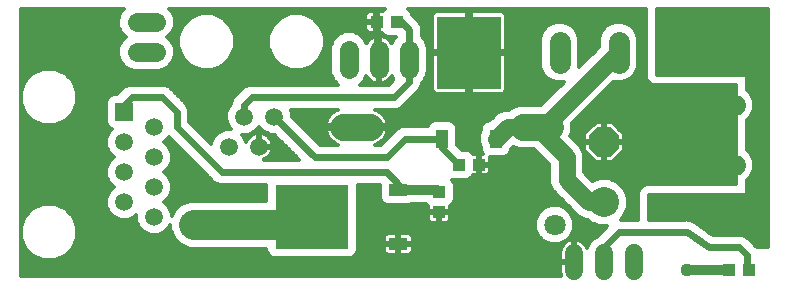
<source format=gbl>
G75*
%MOIN*%
%OFA0B0*%
%FSLAX24Y24*%
%IPPOS*%
%LPD*%
%AMOC8*
5,1,8,0,0,1.08239X$1,22.5*
%
%ADD10C,0.1000*%
%ADD11OC8,0.1000*%
%ADD12R,0.0433X0.0394*%
%ADD13C,0.0590*%
%ADD14C,0.0594*%
%ADD15R,0.0594X0.0594*%
%ADD16R,0.2441X0.2126*%
%ADD17R,0.0630X0.0394*%
%ADD18C,0.0710*%
%ADD19R,0.2126X0.2441*%
%ADD20R,0.0394X0.0630*%
%ADD21C,0.0712*%
%ADD22C,0.0640*%
%ADD23C,0.0885*%
%ADD24R,0.0394X0.0433*%
%ADD25C,0.0600*%
%ADD26C,0.0560*%
%ADD27C,0.0120*%
%ADD28C,0.0240*%
%ADD29C,0.0436*%
%ADD30C,0.0320*%
%ADD31C,0.1000*%
D10*
X021704Y003350D03*
D11*
X021704Y005350D03*
D12*
X017538Y004600D03*
X016869Y004600D03*
X016204Y003685D03*
X016204Y003015D03*
X014788Y009350D03*
X014119Y009350D03*
D13*
X010704Y006200D03*
X009704Y006200D03*
X010204Y005200D03*
X009204Y005200D03*
D14*
X006704Y004850D03*
X005704Y004350D03*
X006704Y003850D03*
X005704Y003350D03*
X006704Y002850D03*
X005704Y005350D03*
X006704Y005850D03*
D15*
X005704Y006350D03*
D16*
X011970Y002850D03*
D17*
X014844Y001952D03*
X014844Y003748D03*
D18*
X020220Y007995D02*
X020220Y008705D01*
X022188Y008705D02*
X022188Y007995D01*
X025349Y008600D02*
X026059Y008600D01*
X026059Y006600D02*
X025349Y006600D01*
X025349Y004600D02*
X026059Y004600D01*
X026059Y002600D02*
X025349Y002600D01*
D19*
X017204Y008334D03*
D20*
X018101Y005460D03*
X016306Y005460D03*
D21*
X020056Y002600D03*
X008048Y002600D03*
D22*
X013204Y007780D02*
X013204Y008420D01*
X014204Y008420D02*
X014204Y007780D01*
X015204Y007780D02*
X015204Y008420D01*
X006774Y008350D02*
X006134Y008350D01*
X006134Y009350D02*
X006774Y009350D01*
D23*
X013011Y005850D02*
X013896Y005850D01*
X019011Y005850D02*
X019896Y005850D01*
D24*
X025869Y001100D03*
X026538Y001100D03*
D25*
X022704Y001050D02*
X022704Y001650D01*
X021704Y001650D02*
X021704Y001050D01*
X020704Y001050D02*
X020704Y001650D01*
D26*
X021204Y003350D02*
X021704Y003350D01*
X021204Y003350D02*
X020454Y004100D01*
X020454Y004850D01*
X019454Y005850D01*
X018491Y005850D01*
X018101Y005460D01*
X019454Y005850D02*
X019688Y005850D01*
X022188Y008350D01*
D27*
X002254Y009800D02*
X002254Y000900D01*
X020269Y000900D01*
X020255Y000942D01*
X020244Y001014D01*
X020244Y001320D01*
X020674Y001320D01*
X020674Y001380D01*
X020674Y002110D01*
X020668Y002110D01*
X020596Y002099D01*
X020527Y002076D01*
X020463Y002043D01*
X020404Y002001D01*
X020353Y001950D01*
X020310Y001891D01*
X020277Y001827D01*
X020255Y001758D01*
X020244Y001686D01*
X020244Y001380D01*
X020674Y001380D01*
X020734Y001380D01*
X020734Y002110D01*
X020740Y002110D01*
X020811Y002099D01*
X020880Y002076D01*
X020945Y002043D01*
X021003Y002001D01*
X021055Y001950D01*
X021097Y001891D01*
X021129Y001829D01*
X021195Y001990D01*
X021364Y002159D01*
X021457Y002197D01*
X021810Y002550D01*
X021545Y002550D01*
X021251Y002672D01*
X021152Y002770D01*
X021088Y002770D01*
X020875Y002858D01*
X020712Y003021D01*
X019962Y003771D01*
X019874Y003985D01*
X019874Y004610D01*
X019376Y005108D01*
X018864Y005108D01*
X018655Y005194D01*
X018598Y005137D01*
X018598Y005086D01*
X018553Y004975D01*
X018468Y004891D01*
X018358Y004845D01*
X017908Y004845D01*
X017915Y004818D01*
X017915Y004638D01*
X017577Y004638D01*
X017577Y004562D01*
X017915Y004562D01*
X017915Y004382D01*
X017904Y004341D01*
X017883Y004305D01*
X017853Y004275D01*
X017817Y004254D01*
X017776Y004243D01*
X017577Y004243D01*
X017577Y004562D01*
X017500Y004562D01*
X017500Y004243D01*
X017344Y004243D01*
X017340Y004233D01*
X017256Y004149D01*
X017145Y004103D01*
X016623Y004103D01*
X016675Y004051D01*
X016720Y003941D01*
X016720Y003428D01*
X016675Y003318D01*
X016590Y003233D01*
X016580Y003229D01*
X016580Y003054D01*
X016242Y003054D01*
X016242Y002977D01*
X016242Y002659D01*
X016441Y002659D01*
X016482Y002669D01*
X016519Y002690D01*
X016548Y002720D01*
X016569Y002757D01*
X016580Y002797D01*
X016580Y002977D01*
X016242Y002977D01*
X016165Y002977D01*
X015827Y002977D01*
X015827Y002797D01*
X015838Y002757D01*
X015859Y002720D01*
X015889Y002690D01*
X015925Y002669D01*
X015966Y002659D01*
X016165Y002659D01*
X016165Y002977D01*
X016165Y003054D01*
X015827Y003054D01*
X015827Y003229D01*
X015817Y003233D01*
X015763Y003288D01*
X015307Y003288D01*
X015218Y003251D01*
X014469Y003251D01*
X014359Y003296D01*
X014274Y003381D01*
X014229Y003491D01*
X014229Y003930D01*
X013490Y003930D01*
X013490Y001727D01*
X013444Y001617D01*
X013360Y001533D01*
X013250Y001487D01*
X010689Y001487D01*
X010579Y001533D01*
X010495Y001617D01*
X010449Y001727D01*
X010449Y001800D01*
X007889Y001800D01*
X007595Y001922D01*
X007370Y002147D01*
X007248Y002441D01*
X007248Y002604D01*
X007210Y002512D01*
X007042Y002344D01*
X006823Y002253D01*
X006585Y002253D01*
X006366Y002344D01*
X006198Y002512D01*
X006107Y002731D01*
X006107Y002908D01*
X006042Y002844D01*
X005823Y002753D01*
X005585Y002753D01*
X005366Y002844D01*
X005198Y003012D01*
X005107Y003231D01*
X005107Y003469D01*
X005198Y003688D01*
X005359Y003850D01*
X005198Y004012D01*
X005107Y004231D01*
X005107Y004469D01*
X005198Y004688D01*
X005359Y004850D01*
X005198Y005012D01*
X005107Y005231D01*
X005107Y005469D01*
X005198Y005688D01*
X005287Y005778D01*
X005237Y005799D01*
X005152Y005883D01*
X005107Y005993D01*
X005107Y006707D01*
X005152Y006817D01*
X005237Y006901D01*
X005347Y006947D01*
X005457Y006947D01*
X005598Y007088D01*
X005716Y007206D01*
X005870Y007270D01*
X007037Y007270D01*
X007192Y007206D01*
X007692Y006706D01*
X007810Y006588D01*
X007874Y006434D01*
X007874Y006024D01*
X008609Y005289D01*
X008609Y005318D01*
X008699Y005537D01*
X008867Y005704D01*
X009085Y005795D01*
X009267Y005795D01*
X009199Y005863D01*
X009109Y006082D01*
X009109Y006318D01*
X009199Y006537D01*
X009284Y006621D01*
X009284Y006684D01*
X009348Y006838D01*
X009598Y007088D01*
X009716Y007206D01*
X009870Y007270D01*
X012837Y007270D01*
X012678Y007429D01*
X012584Y007657D01*
X012584Y008543D01*
X012678Y008771D01*
X012853Y008946D01*
X013080Y009040D01*
X013327Y009040D01*
X013555Y008946D01*
X013729Y008771D01*
X013781Y008647D01*
X013793Y008672D01*
X013838Y008733D01*
X013891Y008786D01*
X013952Y008831D01*
X014020Y008865D01*
X014091Y008888D01*
X014164Y008900D01*
X014164Y008140D01*
X014244Y008140D01*
X014244Y008900D01*
X014316Y008888D01*
X014388Y008865D01*
X014455Y008831D01*
X014516Y008786D01*
X014570Y008733D01*
X014614Y008672D01*
X014627Y008647D01*
X014678Y008771D01*
X014760Y008853D01*
X014512Y008853D01*
X014402Y008899D01*
X014318Y008983D01*
X014313Y008993D01*
X014158Y008993D01*
X014158Y009312D01*
X014081Y009312D01*
X013743Y009312D01*
X013743Y009132D01*
X012292Y009132D01*
X012263Y009202D02*
X012263Y009800D01*
X012145Y009800D02*
X012145Y009338D01*
X012114Y009369D02*
X014081Y009369D01*
X014081Y009388D02*
X014081Y009312D01*
X014081Y008993D01*
X013882Y008993D01*
X013841Y009004D01*
X013804Y009025D01*
X013775Y009055D01*
X013754Y009091D01*
X013743Y009132D01*
X013743Y009251D02*
X012233Y009251D01*
X012251Y009232D02*
X011986Y009497D01*
X011641Y009640D01*
X011267Y009640D01*
X010921Y009497D01*
X010657Y009232D01*
X010514Y008887D01*
X010514Y008513D01*
X010657Y008168D01*
X010921Y007903D01*
X011267Y007760D01*
X011641Y007760D01*
X011986Y007903D01*
X012251Y008168D01*
X012394Y008513D01*
X012394Y008887D01*
X012251Y009232D01*
X012341Y009014D02*
X013017Y009014D01*
X012974Y008996D02*
X012974Y009800D01*
X012856Y009800D02*
X012856Y008947D01*
X012802Y008895D02*
X012390Y008895D01*
X012382Y008916D02*
X012382Y009800D01*
X012500Y009800D02*
X012500Y007270D01*
X012382Y007270D02*
X012382Y008484D01*
X012394Y008540D02*
X012584Y008540D01*
X012619Y008628D02*
X012619Y009800D01*
X012737Y009800D02*
X012737Y008830D01*
X012683Y008777D02*
X012394Y008777D01*
X012394Y008658D02*
X012631Y008658D01*
X012584Y008421D02*
X012356Y008421D01*
X012307Y008303D02*
X012584Y008303D01*
X012584Y008184D02*
X012257Y008184D01*
X012263Y008198D02*
X012263Y007270D01*
X012145Y007270D02*
X012145Y008062D01*
X012149Y008066D02*
X012584Y008066D01*
X012584Y007947D02*
X012030Y007947D01*
X012026Y007943D02*
X012026Y007270D01*
X011908Y007270D02*
X011908Y007871D01*
X011806Y007829D02*
X012584Y007829D01*
X012584Y007710D02*
X003584Y007710D01*
X003613Y007698D02*
X003613Y009800D01*
X003731Y009800D02*
X003731Y007649D01*
X003736Y007647D02*
X003391Y007790D01*
X003017Y007790D01*
X002671Y007647D01*
X002407Y007382D01*
X002264Y007037D01*
X002264Y006663D01*
X002407Y006318D01*
X002671Y006053D01*
X003017Y005910D01*
X003391Y005910D01*
X003736Y006053D01*
X004001Y006318D01*
X004144Y006663D01*
X004144Y007037D01*
X004001Y007382D01*
X003736Y007647D01*
X003792Y007592D02*
X012611Y007592D01*
X012619Y007572D02*
X012619Y007270D01*
X012737Y007270D02*
X012737Y007370D01*
X012752Y007355D02*
X004012Y007355D01*
X003968Y007415D02*
X003968Y009800D01*
X003850Y009800D02*
X003850Y007533D01*
X003910Y007473D02*
X012660Y007473D01*
X011789Y007270D02*
X011789Y007822D01*
X011671Y007772D02*
X011671Y007270D01*
X011552Y007270D02*
X011552Y007760D01*
X011434Y007760D02*
X011434Y007270D01*
X011315Y007270D02*
X011315Y007760D01*
X011197Y007789D02*
X011197Y007270D01*
X011078Y007270D02*
X011078Y007838D01*
X011101Y007829D02*
X008806Y007829D01*
X008827Y007837D02*
X008827Y005664D01*
X008858Y005696D02*
X008202Y005696D01*
X008234Y005663D02*
X008234Y007773D01*
X008267Y007760D02*
X007921Y007903D01*
X007657Y008168D01*
X007514Y008513D01*
X007514Y008887D01*
X007657Y009232D01*
X007921Y009497D01*
X008267Y009640D01*
X008641Y009640D01*
X008986Y009497D01*
X009251Y009232D01*
X009394Y008887D01*
X009394Y008513D01*
X009251Y008168D01*
X008986Y007903D01*
X008641Y007760D01*
X008267Y007760D01*
X008353Y007760D02*
X008353Y005545D01*
X008321Y005577D02*
X008739Y005577D01*
X008708Y005546D02*
X008708Y007788D01*
X008590Y007760D02*
X008590Y005308D01*
X008618Y005340D02*
X008558Y005340D01*
X008471Y005426D02*
X008471Y007760D01*
X008116Y007823D02*
X008116Y005782D01*
X008084Y005814D02*
X009248Y005814D01*
X009182Y005795D02*
X009182Y005904D01*
X009171Y005933D02*
X007965Y005933D01*
X007997Y005900D02*
X007997Y007872D01*
X008101Y007829D02*
X007129Y007829D01*
X007125Y007824D02*
X007299Y007999D01*
X007394Y008227D01*
X007394Y008473D01*
X007299Y008701D01*
X007151Y008850D01*
X007299Y008999D01*
X007394Y009227D01*
X007394Y009473D01*
X007299Y009701D01*
X007201Y009800D01*
X014401Y009800D01*
X014318Y009717D01*
X014313Y009707D01*
X014158Y009707D01*
X014158Y009388D01*
X014081Y009388D01*
X013743Y009388D01*
X013743Y009568D01*
X013754Y009609D01*
X013775Y009645D01*
X013804Y009675D01*
X013841Y009696D01*
X013882Y009707D01*
X014081Y009707D01*
X014081Y009388D01*
X014041Y009388D02*
X014041Y009312D01*
X014081Y009251D02*
X014158Y009251D01*
X014158Y009132D02*
X014081Y009132D01*
X014081Y009014D02*
X014158Y009014D01*
X014159Y008993D02*
X014159Y008899D01*
X014164Y008895D02*
X014244Y008895D01*
X014273Y008895D02*
X014411Y008895D01*
X014396Y008904D02*
X014396Y008861D01*
X014515Y008853D02*
X014515Y008787D01*
X014526Y008777D02*
X014683Y008777D01*
X014633Y008853D02*
X014633Y008663D01*
X014631Y008658D02*
X014621Y008658D01*
X014244Y008658D02*
X014164Y008658D01*
X014164Y008540D02*
X014244Y008540D01*
X014244Y008421D02*
X014164Y008421D01*
X014164Y008303D02*
X014244Y008303D01*
X014244Y008184D02*
X014164Y008184D01*
X014164Y008060D02*
X014244Y008060D01*
X014244Y007300D01*
X014316Y007312D01*
X014388Y007335D01*
X014455Y007369D01*
X014516Y007414D01*
X014570Y007467D01*
X014614Y007528D01*
X014627Y007553D01*
X014678Y007429D01*
X014683Y007424D01*
X014530Y007270D01*
X013571Y007270D01*
X013729Y007429D01*
X013781Y007553D01*
X013793Y007528D01*
X013838Y007467D01*
X013891Y007414D01*
X013952Y007369D01*
X014020Y007335D01*
X014091Y007312D01*
X014164Y007300D01*
X014164Y008060D01*
X014164Y007947D02*
X014244Y007947D01*
X014244Y007829D02*
X014164Y007829D01*
X014164Y007710D02*
X014244Y007710D01*
X014244Y007592D02*
X014164Y007592D01*
X014164Y007473D02*
X014244Y007473D01*
X014244Y007355D02*
X014164Y007355D01*
X014159Y007301D02*
X014159Y007270D01*
X014041Y007270D02*
X014041Y007328D01*
X013982Y007355D02*
X013655Y007355D01*
X013685Y007385D02*
X013685Y007270D01*
X013804Y007270D02*
X013804Y007514D01*
X013834Y007473D02*
X013748Y007473D01*
X013922Y007391D02*
X013922Y007270D01*
X014278Y007270D02*
X014278Y007306D01*
X014396Y007339D02*
X014396Y007270D01*
X014426Y007355D02*
X014614Y007355D01*
X014633Y007373D02*
X014633Y007537D01*
X014660Y007473D02*
X014574Y007473D01*
X014515Y007413D02*
X014515Y007270D01*
X014942Y006494D02*
X015442Y006994D01*
X015560Y007112D01*
X015624Y007266D01*
X015624Y007323D01*
X015729Y007429D01*
X015824Y007657D01*
X015824Y008543D01*
X015729Y008771D01*
X015624Y008877D01*
X015624Y009184D01*
X015560Y009338D01*
X015442Y009456D01*
X015305Y009593D01*
X015305Y009607D01*
X015259Y009717D01*
X015176Y009800D01*
X023094Y009800D01*
X023094Y007528D01*
X023149Y007396D01*
X023250Y007295D01*
X023382Y007240D01*
X026094Y007240D01*
X026094Y003960D01*
X023454Y003960D01*
X023454Y007240D01*
X026094Y007240D01*
X026094Y007115D01*
X025761Y007115D01*
X025761Y006658D01*
X025646Y006658D01*
X025646Y007115D01*
X025308Y007115D01*
X025228Y007102D01*
X025151Y007077D01*
X025079Y007040D01*
X025013Y006993D01*
X024956Y006935D01*
X024908Y006870D01*
X024872Y006798D01*
X024846Y006721D01*
X024836Y006658D01*
X025646Y006658D01*
X025646Y006542D01*
X025761Y006542D01*
X025761Y006085D01*
X026094Y006085D01*
X026094Y005115D01*
X025761Y005115D01*
X025761Y004658D01*
X025646Y004658D01*
X025646Y005115D01*
X025308Y005115D01*
X025228Y005102D01*
X025151Y005077D01*
X025079Y005040D01*
X025013Y004993D01*
X024956Y004935D01*
X024908Y004870D01*
X024872Y004798D01*
X024846Y004721D01*
X024836Y004658D01*
X025646Y004658D01*
X025646Y004542D01*
X025761Y004542D01*
X025761Y004085D01*
X026094Y004085D01*
X026094Y003960D01*
X023132Y003960D01*
X023000Y003905D01*
X022899Y003804D01*
X022844Y003672D01*
X022844Y002770D01*
X022255Y002770D01*
X022382Y002897D01*
X022504Y003191D01*
X022504Y003509D01*
X022382Y003803D01*
X022157Y004028D01*
X021863Y004150D01*
X021545Y004150D01*
X021318Y004056D01*
X021034Y004340D01*
X021034Y004965D01*
X020945Y005179D01*
X020782Y005342D01*
X020575Y005549D01*
X020639Y005702D01*
X020639Y005981D01*
X022016Y007357D01*
X022058Y007340D01*
X022318Y007340D01*
X022559Y007440D01*
X022743Y007624D01*
X022843Y007865D01*
X022843Y008835D01*
X022743Y009076D01*
X022559Y009260D01*
X022318Y009360D01*
X022058Y009360D01*
X021817Y009260D01*
X021633Y009076D01*
X021533Y008835D01*
X021533Y008515D01*
X020869Y007851D01*
X020875Y007865D01*
X020875Y008835D01*
X020775Y009076D01*
X020591Y009260D01*
X020350Y009360D01*
X020089Y009360D01*
X019848Y009260D01*
X019664Y009076D01*
X019565Y008835D01*
X019565Y007865D01*
X019664Y007624D01*
X019848Y007440D01*
X020089Y007340D01*
X020350Y007340D01*
X020363Y007346D01*
X019610Y006592D01*
X018864Y006592D01*
X018591Y006479D01*
X018541Y006430D01*
X018376Y006430D01*
X018163Y006342D01*
X017999Y006179D01*
X017896Y006075D01*
X017845Y006075D01*
X017735Y006030D01*
X017650Y005945D01*
X017605Y005835D01*
X017605Y005776D01*
X017521Y005576D01*
X017521Y005345D01*
X017605Y005144D01*
X017605Y005086D01*
X017650Y004975D01*
X017669Y004957D01*
X017577Y004957D01*
X017577Y004638D01*
X017500Y004638D01*
X017500Y004957D01*
X017344Y004957D01*
X017340Y004967D01*
X017256Y005051D01*
X017145Y005097D01*
X016966Y005097D01*
X016803Y005260D01*
X016803Y005835D01*
X016757Y005945D01*
X016673Y006030D01*
X016563Y006075D01*
X016050Y006075D01*
X015939Y006030D01*
X015855Y005945D01*
X015828Y005880D01*
X014980Y005880D01*
X014826Y005816D01*
X014280Y005270D01*
X014061Y005270D01*
X014128Y005292D01*
X014212Y005335D01*
X014289Y005390D01*
X014356Y005457D01*
X014412Y005534D01*
X014455Y005619D01*
X014484Y005709D01*
X014497Y005790D01*
X013514Y005790D01*
X013514Y005910D01*
X014497Y005910D01*
X014484Y005991D01*
X014455Y006081D01*
X014412Y006166D01*
X014356Y006243D01*
X014289Y006310D01*
X014212Y006365D01*
X014128Y006408D01*
X014061Y006430D01*
X014787Y006430D01*
X014942Y006494D01*
X014973Y006525D02*
X018701Y006525D01*
X018662Y006509D02*
X018662Y009800D01*
X018544Y009800D02*
X018544Y006433D01*
X018425Y006430D02*
X018425Y007087D01*
X018427Y007093D02*
X018427Y008274D01*
X017264Y008274D01*
X017264Y008394D01*
X018427Y008394D01*
X018427Y009576D01*
X018416Y009616D01*
X018395Y009653D01*
X018365Y009683D01*
X018329Y009704D01*
X018288Y009715D01*
X017264Y009715D01*
X017264Y008394D01*
X017144Y008394D01*
X017144Y008274D01*
X017264Y008274D01*
X017264Y006954D01*
X018288Y006954D01*
X018329Y006965D01*
X018365Y006986D01*
X018395Y007016D01*
X018416Y007052D01*
X018427Y007093D01*
X018427Y007118D02*
X020135Y007118D01*
X020084Y007067D02*
X020084Y007342D01*
X020054Y007355D02*
X018427Y007355D01*
X018427Y007473D02*
X019815Y007473D01*
X019847Y007441D02*
X019847Y006830D01*
X019898Y006881D02*
X015328Y006881D01*
X015344Y006897D02*
X015344Y005880D01*
X015226Y005880D02*
X015226Y006778D01*
X015210Y006762D02*
X019780Y006762D01*
X019729Y006711D02*
X019729Y007559D01*
X019697Y007592D02*
X018427Y007592D01*
X018427Y007710D02*
X019629Y007710D01*
X019610Y007754D02*
X019610Y006593D01*
X019661Y006644D02*
X015091Y006644D01*
X015107Y006660D02*
X015107Y005880D01*
X014989Y005880D02*
X014989Y006541D01*
X014870Y006464D02*
X014870Y005835D01*
X014824Y005814D02*
X013514Y005814D01*
X013567Y005790D02*
X013567Y005910D01*
X013685Y005910D02*
X013685Y005790D01*
X013804Y005790D02*
X013804Y005910D01*
X013922Y005910D02*
X013922Y005790D01*
X014041Y005790D02*
X014041Y005910D01*
X014159Y005910D02*
X014159Y005790D01*
X014278Y005790D02*
X014278Y005910D01*
X014396Y005910D02*
X014396Y005790D01*
X014480Y005696D02*
X014705Y005696D01*
X014752Y005742D02*
X014752Y006430D01*
X014633Y006430D02*
X014633Y005623D01*
X014587Y005577D02*
X014433Y005577D01*
X014396Y005513D02*
X014396Y005386D01*
X014350Y005340D02*
X014219Y005340D01*
X014159Y005308D02*
X014159Y005270D01*
X014278Y005270D02*
X014278Y005382D01*
X014357Y005459D02*
X014468Y005459D01*
X014515Y005505D02*
X014515Y006430D01*
X014396Y006430D02*
X014396Y006187D01*
X014409Y006170D02*
X017990Y006170D01*
X017999Y006179D02*
X017999Y006179D01*
X017951Y006130D02*
X017951Y006954D01*
X017833Y006954D02*
X017833Y006070D01*
X017787Y006051D02*
X016621Y006051D01*
X016648Y006040D02*
X016648Y006954D01*
X016766Y006954D02*
X016766Y005923D01*
X016763Y005933D02*
X017645Y005933D01*
X017714Y006009D02*
X017714Y006954D01*
X017596Y006954D02*
X017596Y005755D01*
X017605Y005814D02*
X016803Y005814D01*
X016803Y005696D02*
X017571Y005696D01*
X017522Y005577D02*
X016803Y005577D01*
X016803Y005459D02*
X017521Y005459D01*
X017523Y005340D02*
X016803Y005340D01*
X016842Y005222D02*
X017573Y005222D01*
X017596Y005165D02*
X017596Y004957D01*
X017646Y004985D02*
X017322Y004985D01*
X017359Y004957D02*
X017359Y006954D01*
X017264Y006999D02*
X017144Y006999D01*
X017144Y006954D02*
X016120Y006954D01*
X016079Y006965D01*
X016043Y006986D01*
X016013Y007016D01*
X015992Y007052D01*
X015981Y007093D01*
X015981Y008274D01*
X017144Y008274D01*
X017144Y006954D01*
X017122Y006954D02*
X017122Y005097D01*
X017003Y005097D02*
X017003Y006954D01*
X016885Y006954D02*
X016885Y005178D01*
X016960Y005103D02*
X017605Y005103D01*
X017477Y004957D02*
X017477Y006954D01*
X017264Y007118D02*
X017144Y007118D01*
X017144Y007236D02*
X017264Y007236D01*
X017264Y007355D02*
X017144Y007355D01*
X017144Y007473D02*
X017264Y007473D01*
X017264Y007592D02*
X017144Y007592D01*
X017144Y007710D02*
X017264Y007710D01*
X017264Y007829D02*
X017144Y007829D01*
X017144Y007947D02*
X017264Y007947D01*
X017264Y008066D02*
X017144Y008066D01*
X017144Y008184D02*
X017264Y008184D01*
X017240Y008274D02*
X017240Y005058D01*
X017500Y004866D02*
X017577Y004866D01*
X017577Y004748D02*
X017500Y004748D01*
X017577Y004629D02*
X019855Y004629D01*
X019847Y004636D02*
X019847Y003224D01*
X019807Y003207D02*
X016580Y003207D01*
X016648Y003291D02*
X016648Y000900D01*
X016766Y000900D02*
X016766Y004103D01*
X016681Y004037D02*
X019874Y004037D01*
X019874Y004155D02*
X017262Y004155D01*
X017240Y004142D02*
X017240Y000900D01*
X017122Y000900D02*
X017122Y004103D01*
X017003Y004103D02*
X017003Y000900D01*
X016885Y000900D02*
X016885Y004103D01*
X016648Y004103D02*
X016648Y004078D01*
X016720Y003918D02*
X019901Y003918D01*
X019950Y003800D02*
X016720Y003800D01*
X016720Y003681D02*
X020053Y003681D01*
X020084Y003649D02*
X020084Y003256D01*
X020187Y003256D02*
X019926Y003256D01*
X019684Y003156D01*
X019500Y002972D01*
X019400Y002731D01*
X019400Y002469D01*
X019500Y002228D01*
X019684Y002044D01*
X019926Y001944D01*
X020187Y001944D01*
X020428Y002044D01*
X020612Y002228D01*
X020712Y002469D01*
X020712Y002731D01*
X020612Y002972D01*
X020428Y003156D01*
X020187Y003256D01*
X020203Y003250D02*
X020203Y003531D01*
X020171Y003563D02*
X016720Y003563D01*
X016720Y003444D02*
X020290Y003444D01*
X020321Y003412D02*
X020321Y003200D01*
X020305Y003207D02*
X020527Y003207D01*
X020558Y003175D02*
X020558Y003026D01*
X020613Y002970D02*
X020764Y002970D01*
X020795Y002938D02*
X020795Y002101D01*
X020734Y002022D02*
X020674Y002022D01*
X020674Y001904D02*
X020734Y001904D01*
X020734Y001785D02*
X020674Y001785D01*
X020674Y001667D02*
X020734Y001667D01*
X020734Y001548D02*
X020674Y001548D01*
X020674Y001430D02*
X020734Y001430D01*
X020677Y001380D02*
X020677Y002384D01*
X020674Y002378D02*
X021637Y002378D01*
X021625Y002365D02*
X021625Y002550D01*
X021743Y002550D02*
X021743Y002484D01*
X021756Y002496D02*
X020712Y002496D01*
X020712Y002615D02*
X021389Y002615D01*
X021388Y002615D02*
X021388Y002169D01*
X021346Y002141D02*
X020525Y002141D01*
X020558Y002174D02*
X020558Y002086D01*
X020440Y002056D02*
X020440Y002027D01*
X020433Y002022D02*
X020376Y002022D01*
X020321Y002000D02*
X020321Y001906D01*
X020319Y001904D02*
X015319Y001904D01*
X015319Y001914D02*
X015319Y001734D01*
X015308Y001694D01*
X015287Y001657D01*
X015257Y001627D01*
X015220Y001606D01*
X015180Y001596D01*
X014882Y001596D01*
X014882Y001914D01*
X014882Y001991D01*
X014805Y001991D01*
X014805Y002309D01*
X014508Y002309D01*
X014467Y002298D01*
X014430Y002277D01*
X014401Y002247D01*
X014379Y002211D01*
X014369Y002170D01*
X014369Y001991D01*
X014805Y001991D01*
X014805Y001914D01*
X014369Y001914D01*
X014369Y001734D01*
X014379Y001694D01*
X014401Y001657D01*
X014430Y001627D01*
X014467Y001606D01*
X014508Y001596D01*
X014805Y001596D01*
X014805Y001914D01*
X014882Y001914D01*
X015319Y001914D01*
X015319Y001991D02*
X015319Y002170D01*
X015308Y002211D01*
X015287Y002247D01*
X015257Y002277D01*
X015220Y002298D01*
X015180Y002309D01*
X014882Y002309D01*
X014882Y001991D01*
X015319Y001991D01*
X015319Y002022D02*
X019737Y002022D01*
X019729Y002025D02*
X019729Y000900D01*
X019847Y000900D02*
X019847Y001976D01*
X019966Y001944D02*
X019966Y000900D01*
X020084Y000900D02*
X020084Y001944D01*
X020203Y001950D02*
X020203Y000900D01*
X020253Y000956D02*
X002254Y000956D01*
X002309Y000900D02*
X002309Y002053D01*
X002322Y002022D02*
X002254Y002022D01*
X002254Y001904D02*
X002371Y001904D01*
X002407Y001818D02*
X002671Y001553D01*
X003017Y001410D01*
X003391Y001410D01*
X003736Y001553D01*
X004001Y001818D01*
X004144Y002163D01*
X004144Y002537D01*
X004001Y002882D01*
X003736Y003147D01*
X003391Y003290D01*
X003017Y003290D01*
X002671Y003147D01*
X002407Y002882D01*
X002264Y002537D01*
X002264Y002163D01*
X002407Y001818D01*
X002428Y001797D02*
X002428Y000900D01*
X002546Y000900D02*
X002546Y001678D01*
X002558Y001667D02*
X002254Y001667D01*
X002254Y001785D02*
X002439Y001785D01*
X002254Y001548D02*
X002684Y001548D01*
X002665Y001560D02*
X002665Y000900D01*
X002783Y000900D02*
X002783Y001507D01*
X002902Y001458D02*
X002902Y000900D01*
X003020Y000900D02*
X003020Y001410D01*
X002970Y001430D02*
X002254Y001430D01*
X002254Y001311D02*
X020244Y001311D01*
X020321Y001320D02*
X020321Y001380D01*
X020244Y001430D02*
X003438Y001430D01*
X003494Y001453D02*
X003494Y000900D01*
X003376Y000900D02*
X003376Y001410D01*
X003257Y001410D02*
X003257Y000900D01*
X003139Y000900D02*
X003139Y001410D01*
X003613Y001502D02*
X003613Y000900D01*
X003731Y000900D02*
X003731Y001551D01*
X003724Y001548D02*
X010564Y001548D01*
X010604Y001522D02*
X010604Y000900D01*
X010486Y000900D02*
X010486Y001639D01*
X010474Y001667D02*
X003850Y001667D01*
X003850Y000900D01*
X003968Y000900D02*
X003968Y001785D01*
X010449Y001785D01*
X010367Y001800D02*
X010367Y000900D01*
X010249Y000900D02*
X010249Y001800D01*
X010130Y001800D02*
X010130Y000900D01*
X010012Y000900D02*
X010012Y001800D01*
X009893Y001800D02*
X009893Y000900D01*
X009775Y000900D02*
X009775Y001800D01*
X009656Y001800D02*
X009656Y000900D01*
X009538Y000900D02*
X009538Y001800D01*
X009419Y001800D02*
X009419Y000900D01*
X009301Y000900D02*
X009301Y001800D01*
X009182Y001800D02*
X009182Y000900D01*
X009064Y000900D02*
X009064Y001800D01*
X008945Y001800D02*
X008945Y000900D01*
X008827Y000900D02*
X008827Y001800D01*
X008708Y001800D02*
X008708Y000900D01*
X008590Y000900D02*
X008590Y001800D01*
X008471Y001800D02*
X008471Y000900D01*
X008353Y000900D02*
X008353Y001800D01*
X008234Y001800D02*
X008234Y000900D01*
X008116Y000900D02*
X008116Y001800D01*
X007997Y001800D02*
X007997Y000900D01*
X007879Y000900D02*
X007879Y001804D01*
X007760Y001853D02*
X007760Y000900D01*
X007642Y000900D02*
X007642Y001902D01*
X007639Y001904D02*
X004036Y001904D01*
X004085Y002022D02*
X007495Y002022D01*
X007523Y001994D02*
X007523Y000900D01*
X007405Y000900D02*
X007405Y002112D01*
X007376Y002141D02*
X004134Y002141D01*
X004144Y002259D02*
X006570Y002259D01*
X006575Y002257D02*
X006575Y000900D01*
X006457Y000900D02*
X006457Y002306D01*
X006338Y002371D02*
X006338Y000900D01*
X006220Y000900D02*
X006220Y002489D01*
X006213Y002496D02*
X004144Y002496D01*
X004144Y002378D02*
X006332Y002378D01*
X006155Y002615D02*
X004112Y002615D01*
X004087Y002675D02*
X004087Y006525D01*
X005107Y006525D01*
X005107Y006407D02*
X004038Y006407D01*
X003971Y006288D02*
X005107Y006288D01*
X005107Y006170D02*
X003853Y006170D01*
X003850Y006167D02*
X003850Y003033D01*
X003795Y003089D02*
X005166Y003089D01*
X005153Y003119D02*
X005153Y000900D01*
X005035Y000900D02*
X005035Y009800D01*
X005153Y009800D02*
X005153Y006818D01*
X005129Y006762D02*
X004144Y006762D01*
X004144Y006881D02*
X005216Y006881D01*
X005272Y006916D02*
X005272Y009800D01*
X005390Y009800D02*
X005390Y006947D01*
X005509Y006999D02*
X005509Y009800D01*
X005627Y009800D02*
X005627Y009720D01*
X005631Y009725D02*
X002254Y009725D01*
X002254Y009800D02*
X005707Y009800D01*
X005608Y009701D01*
X005514Y009473D01*
X005514Y009227D01*
X005608Y008999D01*
X005757Y008850D01*
X005608Y008701D01*
X005514Y008473D01*
X005514Y008227D01*
X005608Y007999D01*
X005783Y007824D01*
X006010Y007730D01*
X006897Y007730D01*
X007125Y007824D01*
X007168Y007867D02*
X007168Y007216D01*
X007119Y007236D02*
X009788Y007236D01*
X009775Y007230D02*
X009775Y009800D01*
X009893Y009800D02*
X009893Y007270D01*
X010012Y007270D02*
X010012Y009800D01*
X010130Y009800D02*
X010130Y007270D01*
X010249Y007270D02*
X010249Y009800D01*
X010367Y009800D02*
X010367Y007270D01*
X010486Y007270D02*
X010486Y009800D01*
X010604Y009800D02*
X010604Y009106D01*
X010615Y009132D02*
X009292Y009132D01*
X009301Y009111D02*
X009301Y009800D01*
X009419Y009800D02*
X009419Y006909D01*
X009390Y006881D02*
X007517Y006881D01*
X007523Y006874D02*
X007523Y008490D01*
X007514Y008540D02*
X007366Y008540D01*
X007394Y008421D02*
X007552Y008421D01*
X007601Y008303D02*
X007394Y008303D01*
X007376Y008184D02*
X007650Y008184D01*
X007642Y008204D02*
X007642Y006756D01*
X007636Y006762D02*
X009316Y006762D01*
X009301Y006725D02*
X009301Y008289D01*
X009307Y008303D02*
X010601Y008303D01*
X010604Y008294D02*
X010604Y007270D01*
X010723Y007270D02*
X010723Y008102D01*
X010759Y008066D02*
X009149Y008066D01*
X009182Y008099D02*
X009182Y006496D01*
X009194Y006525D02*
X007836Y006525D01*
X007874Y006407D02*
X009145Y006407D01*
X009109Y006288D02*
X007874Y006288D01*
X007874Y006170D02*
X009109Y006170D01*
X009121Y006051D02*
X007874Y006051D01*
X007879Y006019D02*
X007879Y007946D01*
X007877Y007947D02*
X007248Y007947D01*
X007286Y007986D02*
X007286Y007111D01*
X007280Y007118D02*
X009627Y007118D01*
X009656Y007146D02*
X009656Y009800D01*
X009538Y009800D02*
X009538Y007028D01*
X009509Y006999D02*
X007399Y006999D01*
X007405Y006993D02*
X007405Y009800D01*
X007523Y009800D02*
X007523Y008910D01*
X007517Y008895D02*
X007196Y008895D01*
X007168Y008867D02*
X007168Y008833D01*
X007224Y008777D02*
X007514Y008777D01*
X007514Y008658D02*
X007317Y008658D01*
X007286Y008714D02*
X007286Y008986D01*
X007305Y009014D02*
X007566Y009014D01*
X007615Y009132D02*
X007355Y009132D01*
X007394Y009251D02*
X007675Y009251D01*
X007642Y009196D02*
X007642Y009800D01*
X007760Y009800D02*
X007760Y009336D01*
X007793Y009369D02*
X007394Y009369D01*
X007388Y009488D02*
X007912Y009488D01*
X007879Y009454D02*
X007879Y009800D01*
X007997Y009800D02*
X007997Y009528D01*
X008116Y009577D02*
X008116Y009800D01*
X008234Y009800D02*
X008234Y009627D01*
X008185Y009606D02*
X007339Y009606D01*
X007286Y009714D02*
X007286Y009800D01*
X007276Y009725D02*
X014325Y009725D01*
X014278Y009707D02*
X014278Y009800D01*
X014396Y009796D02*
X014396Y009800D01*
X014159Y009800D02*
X014159Y009707D01*
X014158Y009606D02*
X014081Y009606D01*
X014041Y009707D02*
X014041Y009800D01*
X013922Y009800D02*
X013922Y009707D01*
X013804Y009674D02*
X013804Y009800D01*
X013685Y009800D02*
X013685Y008815D01*
X013724Y008777D02*
X013881Y008777D01*
X013922Y008809D02*
X013922Y008993D01*
X013824Y009014D02*
X013391Y009014D01*
X013448Y008990D02*
X013448Y009800D01*
X013330Y009800D02*
X013330Y009039D01*
X013211Y009040D02*
X013211Y009800D01*
X013093Y009800D02*
X013093Y009040D01*
X013567Y008934D02*
X013567Y009800D01*
X013753Y009606D02*
X011723Y009606D01*
X011671Y009628D02*
X011671Y009800D01*
X011789Y009800D02*
X011789Y009578D01*
X011908Y009529D02*
X011908Y009800D01*
X012026Y009800D02*
X012026Y009457D01*
X011996Y009488D02*
X013743Y009488D01*
X013804Y009388D02*
X013804Y009312D01*
X013922Y009312D02*
X013922Y009388D01*
X014081Y009488D02*
X014158Y009488D01*
X014041Y008993D02*
X014041Y008872D01*
X014135Y008895D02*
X013606Y008895D01*
X013804Y009026D02*
X013804Y008686D01*
X013786Y008658D02*
X013776Y008658D01*
X014164Y008777D02*
X014244Y008777D01*
X014278Y008894D02*
X014278Y008993D01*
X014752Y008853D02*
X014752Y008845D01*
X015624Y008895D02*
X015981Y008895D01*
X015981Y008777D02*
X015724Y008777D01*
X015700Y008801D02*
X015700Y009800D01*
X015818Y009800D02*
X015818Y008557D01*
X015824Y008540D02*
X015981Y008540D01*
X015981Y008658D02*
X015776Y008658D01*
X015824Y008421D02*
X015981Y008421D01*
X015981Y008394D02*
X017144Y008394D01*
X017144Y009715D01*
X016120Y009715D01*
X016079Y009704D01*
X016043Y009683D01*
X016013Y009653D01*
X015992Y009616D01*
X015981Y009576D01*
X015981Y008394D01*
X016055Y008394D02*
X016055Y008274D01*
X015981Y008184D02*
X015824Y008184D01*
X015824Y008066D02*
X015981Y008066D01*
X015981Y007947D02*
X015824Y007947D01*
X015824Y007829D02*
X015981Y007829D01*
X015981Y007710D02*
X015824Y007710D01*
X015818Y007643D02*
X015818Y005880D01*
X015850Y005933D02*
X014493Y005933D01*
X014464Y006051D02*
X015991Y006051D01*
X015937Y006027D02*
X015937Y009800D01*
X016055Y009800D02*
X016055Y009690D01*
X015989Y009606D02*
X015305Y009606D01*
X015344Y009553D02*
X015344Y009800D01*
X015226Y009800D02*
X015226Y009750D01*
X015252Y009725D02*
X023094Y009725D01*
X023047Y009800D02*
X023047Y003925D01*
X023031Y003918D02*
X022267Y003918D01*
X022217Y003968D02*
X022217Y004930D01*
X022272Y004985D02*
X025005Y004985D01*
X025061Y005028D02*
X025061Y006172D01*
X025065Y006170D02*
X020828Y006170D01*
X020795Y006137D02*
X020795Y005329D01*
X020784Y005340D02*
X021664Y005340D01*
X021664Y005310D02*
X021664Y005390D01*
X021664Y006010D01*
X021430Y006010D01*
X021044Y005623D01*
X021044Y005390D01*
X021664Y005390D01*
X021744Y005390D01*
X022364Y005390D01*
X022364Y005623D01*
X021977Y006010D01*
X021744Y006010D01*
X021744Y005390D01*
X021744Y005310D01*
X022364Y005310D01*
X022364Y005077D01*
X021977Y004690D01*
X021744Y004690D01*
X021744Y005310D01*
X021664Y005310D01*
X021664Y004690D01*
X021430Y004690D01*
X021044Y005077D01*
X021044Y005310D01*
X021664Y005310D01*
X021625Y005310D02*
X021625Y005390D01*
X021664Y005459D02*
X021744Y005459D01*
X021743Y005390D02*
X021743Y007085D01*
X021776Y007118D02*
X026094Y007118D01*
X023454Y007118D01*
X023454Y007236D02*
X026094Y007236D01*
X021894Y007236D01*
X021862Y007204D02*
X021862Y006010D01*
X021980Y006007D02*
X021980Y007322D01*
X022013Y007355D02*
X022023Y007355D01*
X022099Y007340D02*
X022099Y005888D01*
X022055Y005933D02*
X026094Y005933D01*
X023454Y005933D01*
X023454Y006051D02*
X026094Y006051D01*
X020709Y006051D01*
X020677Y006019D02*
X020677Y005447D01*
X020666Y005459D02*
X021044Y005459D01*
X021044Y005577D02*
X020587Y005577D01*
X020636Y005696D02*
X021116Y005696D01*
X021151Y005730D02*
X021151Y006493D01*
X021183Y006525D02*
X024839Y006525D01*
X024836Y006542D02*
X024846Y006479D01*
X024872Y006402D01*
X024908Y006330D01*
X024956Y006264D01*
X025013Y006207D01*
X025079Y006160D01*
X025151Y006123D01*
X025228Y006098D01*
X025308Y006085D01*
X025646Y006085D01*
X025646Y006542D01*
X024836Y006542D01*
X024943Y006542D02*
X024943Y006658D01*
X025061Y006658D02*
X025061Y006542D01*
X025180Y006542D02*
X025180Y006658D01*
X025298Y006658D02*
X025298Y006542D01*
X025417Y006542D02*
X025417Y006658D01*
X025535Y006658D02*
X025535Y006542D01*
X025646Y006525D02*
X025761Y006525D01*
X025654Y006542D02*
X025654Y004658D01*
X025646Y004629D02*
X021034Y004629D01*
X021034Y004511D02*
X024842Y004511D01*
X024846Y004479D02*
X024872Y004402D01*
X024908Y004330D01*
X024956Y004264D01*
X025013Y004207D01*
X025079Y004160D01*
X025151Y004123D01*
X025228Y004098D01*
X025308Y004085D01*
X025646Y004085D01*
X025646Y004542D01*
X024836Y004542D01*
X024846Y004479D01*
X024877Y004392D02*
X021034Y004392D01*
X021101Y004274D02*
X024949Y004274D01*
X024943Y004283D02*
X024943Y003960D01*
X024943Y007240D01*
X024943Y006917D01*
X024916Y006881D02*
X021539Y006881D01*
X021506Y006848D02*
X021506Y006010D01*
X021625Y006010D02*
X021625Y006967D01*
X021657Y006999D02*
X025022Y006999D01*
X025061Y007028D02*
X025061Y007240D01*
X025061Y003960D01*
X025061Y004172D01*
X025088Y004155D02*
X021219Y004155D01*
X021269Y004105D02*
X021269Y004851D01*
X021254Y004866D02*
X021034Y004866D01*
X021032Y004969D02*
X021032Y006374D01*
X021065Y006407D02*
X024870Y006407D01*
X024939Y006288D02*
X020946Y006288D01*
X020914Y006256D02*
X020914Y005210D01*
X020903Y005222D02*
X021044Y005222D01*
X021151Y005310D02*
X021151Y005390D01*
X021269Y005390D02*
X021269Y005310D01*
X021388Y005310D02*
X021388Y005390D01*
X021506Y005390D02*
X021506Y005310D01*
X021664Y005222D02*
X021744Y005222D01*
X021743Y005310D02*
X021743Y004150D01*
X021625Y004150D02*
X021625Y004690D01*
X021664Y004748D02*
X021744Y004748D01*
X021744Y004866D02*
X021664Y004866D01*
X021664Y004985D02*
X021744Y004985D01*
X021744Y005103D02*
X021664Y005103D01*
X021862Y005310D02*
X021862Y005390D01*
X021980Y005390D02*
X021980Y005310D01*
X022099Y005310D02*
X022099Y005390D01*
X022217Y005390D02*
X022217Y005310D01*
X022336Y005310D02*
X022336Y005390D01*
X022364Y005459D02*
X026094Y005459D01*
X023454Y005459D01*
X023454Y005577D02*
X026094Y005577D01*
X022364Y005577D01*
X022336Y005651D02*
X022336Y007347D01*
X022353Y007355D02*
X023190Y007355D01*
X023165Y007379D02*
X023165Y003960D01*
X023284Y003960D02*
X023284Y007281D01*
X023402Y007240D02*
X023402Y003960D01*
X023454Y004037D02*
X026094Y004037D01*
X022137Y004037D01*
X022099Y004052D02*
X022099Y004812D01*
X022153Y004866D02*
X024906Y004866D01*
X024943Y004917D02*
X024943Y006283D01*
X025180Y006113D02*
X025180Y005087D01*
X025233Y005103D02*
X022364Y005103D01*
X022336Y005049D02*
X022336Y003849D01*
X022384Y003800D02*
X022897Y003800D01*
X022928Y003834D02*
X022928Y009800D01*
X022810Y009800D02*
X022810Y008915D01*
X022818Y008895D02*
X023094Y008895D01*
X023094Y008777D02*
X022843Y008777D01*
X022843Y008658D02*
X023094Y008658D01*
X023094Y008540D02*
X022843Y008540D01*
X022843Y008421D02*
X023094Y008421D01*
X023094Y008303D02*
X022843Y008303D01*
X022843Y008184D02*
X023094Y008184D01*
X023094Y008066D02*
X022843Y008066D01*
X022843Y007947D02*
X023094Y007947D01*
X023094Y007829D02*
X022828Y007829D01*
X022810Y007785D02*
X022810Y002770D01*
X022844Y002852D02*
X022337Y002852D01*
X022336Y002851D02*
X022336Y002770D01*
X022454Y002770D02*
X022454Y003071D01*
X022461Y003089D02*
X022844Y003089D01*
X022844Y003207D02*
X022504Y003207D01*
X022504Y003326D02*
X022844Y003326D01*
X022844Y003444D02*
X022504Y003444D01*
X022482Y003563D02*
X022844Y003563D01*
X022848Y003681D02*
X022433Y003681D01*
X022454Y003629D02*
X022454Y007396D01*
X022573Y007453D02*
X022573Y002770D01*
X022691Y002770D02*
X022691Y007572D01*
X022711Y007592D02*
X023094Y007592D01*
X023094Y007710D02*
X022779Y007710D01*
X022592Y007473D02*
X023117Y007473D01*
X023454Y007600D02*
X026454Y007600D01*
X026454Y007131D01*
X026614Y006971D01*
X026714Y006730D01*
X026714Y006470D01*
X026614Y006229D01*
X026454Y006069D01*
X026454Y005131D01*
X026614Y004971D01*
X026714Y004730D01*
X026714Y004470D01*
X026614Y004229D01*
X026454Y004069D01*
X026454Y003600D01*
X023204Y003600D01*
X023204Y002770D01*
X024412Y002770D01*
X024453Y002778D01*
X024495Y002770D01*
X024537Y002770D01*
X024576Y002754D01*
X024617Y002746D01*
X024653Y002722D01*
X024692Y002706D01*
X024721Y002676D01*
X025331Y002270D01*
X026287Y002270D01*
X026442Y002206D01*
X026692Y001956D01*
X026798Y001850D01*
X027154Y001850D01*
X027154Y009800D01*
X023454Y009800D01*
X023454Y007600D01*
X023521Y007600D02*
X023521Y009800D01*
X023454Y009725D02*
X027154Y009725D01*
X027076Y009800D02*
X027076Y001850D01*
X027154Y001904D02*
X026744Y001904D01*
X026720Y001927D02*
X026720Y009800D01*
X026602Y009800D02*
X026602Y006983D01*
X026586Y006999D02*
X027154Y006999D01*
X027154Y006881D02*
X026652Y006881D01*
X026701Y006762D02*
X027154Y006762D01*
X027154Y006644D02*
X026714Y006644D01*
X026714Y006525D02*
X027154Y006525D01*
X027154Y006407D02*
X026688Y006407D01*
X026639Y006288D02*
X027154Y006288D01*
X027154Y006170D02*
X026555Y006170D01*
X026602Y006217D02*
X026602Y004983D01*
X026601Y004985D02*
X027154Y004985D01*
X027154Y005103D02*
X026482Y005103D01*
X026483Y005102D02*
X026483Y006098D01*
X026454Y006051D02*
X027154Y006051D01*
X027154Y005933D02*
X026454Y005933D01*
X026454Y005814D02*
X027154Y005814D01*
X027154Y005696D02*
X026454Y005696D01*
X026454Y005577D02*
X027154Y005577D01*
X027154Y005459D02*
X026454Y005459D01*
X026454Y005340D02*
X027154Y005340D01*
X027154Y005222D02*
X026454Y005222D01*
X026094Y005222D02*
X023454Y005222D01*
X023454Y005340D02*
X026094Y005340D01*
X021744Y005340D01*
X021744Y005577D02*
X021664Y005577D01*
X021664Y005696D02*
X021744Y005696D01*
X021744Y005814D02*
X021664Y005814D01*
X021664Y005933D02*
X021744Y005933D01*
X021388Y005967D02*
X021388Y006730D01*
X021420Y006762D02*
X024860Y006762D01*
X025646Y006762D02*
X025761Y006762D01*
X025761Y006881D02*
X025646Y006881D01*
X025646Y006999D02*
X025761Y006999D01*
X025772Y007115D02*
X025772Y007240D01*
X025772Y003960D01*
X025772Y004085D01*
X025761Y004155D02*
X025646Y004155D01*
X025646Y004274D02*
X025761Y004274D01*
X025761Y004392D02*
X025646Y004392D01*
X025646Y004511D02*
X025761Y004511D01*
X025654Y004542D02*
X025654Y003960D01*
X025654Y007240D01*
X025654Y006658D01*
X025646Y006644D02*
X021302Y006644D01*
X021269Y006611D02*
X021269Y005849D01*
X021234Y005814D02*
X020639Y005814D01*
X020639Y005933D02*
X021353Y005933D01*
X022173Y005814D02*
X026094Y005814D01*
X023454Y005814D01*
X023454Y005696D02*
X026094Y005696D01*
X022292Y005696D01*
X022217Y005770D02*
X022217Y007340D01*
X023454Y006999D02*
X026094Y006999D01*
X026094Y006881D02*
X023454Y006881D01*
X023454Y006762D02*
X026094Y006762D01*
X026094Y006644D02*
X023454Y006644D01*
X023454Y006525D02*
X026094Y006525D01*
X026094Y006407D02*
X023454Y006407D01*
X023454Y006288D02*
X026094Y006288D01*
X026094Y006170D02*
X023454Y006170D01*
X025298Y006087D02*
X025298Y005113D01*
X025417Y005115D02*
X025417Y006085D01*
X025535Y006085D02*
X025535Y005115D01*
X025646Y005103D02*
X025761Y005103D01*
X025772Y005115D02*
X025772Y006085D01*
X025761Y006170D02*
X025646Y006170D01*
X025646Y006288D02*
X025761Y006288D01*
X025761Y006407D02*
X025646Y006407D01*
X025891Y006085D02*
X025891Y005115D01*
X026009Y005115D02*
X026009Y006085D01*
X026094Y005222D02*
X022364Y005222D01*
X023454Y005103D02*
X026094Y005103D01*
X026094Y004985D02*
X023454Y004985D01*
X023454Y004866D02*
X026094Y004866D01*
X026094Y004748D02*
X023454Y004748D01*
X023454Y004629D02*
X026094Y004629D01*
X026094Y004511D02*
X023454Y004511D01*
X023454Y004392D02*
X026094Y004392D01*
X026094Y004274D02*
X023454Y004274D01*
X023454Y004155D02*
X026094Y004155D01*
X026009Y004085D02*
X026009Y003960D01*
X026009Y007240D01*
X026009Y007115D01*
X025891Y007115D02*
X025891Y007240D01*
X025891Y003960D01*
X025891Y004085D01*
X025535Y004085D02*
X025535Y003960D01*
X025535Y007240D01*
X025535Y007115D01*
X025417Y007115D02*
X025417Y007240D01*
X025417Y003960D01*
X025417Y004085D01*
X025298Y004087D02*
X025298Y003960D01*
X025298Y007240D01*
X025298Y007113D01*
X025180Y007087D02*
X025180Y007240D01*
X025180Y003960D01*
X025180Y004113D01*
X024824Y003960D02*
X024824Y007240D01*
X024824Y003960D01*
X024706Y003960D02*
X024706Y007240D01*
X024706Y003960D01*
X024587Y003960D02*
X024587Y007240D01*
X024587Y003960D01*
X024469Y003960D02*
X024469Y007240D01*
X024469Y003960D01*
X024350Y003960D02*
X024350Y007240D01*
X024350Y003960D01*
X024232Y003960D02*
X024232Y007240D01*
X024232Y003960D01*
X024113Y003960D02*
X024113Y007240D01*
X024113Y003960D01*
X023995Y003960D02*
X023995Y007240D01*
X023995Y003960D01*
X023876Y003960D02*
X023876Y007240D01*
X023876Y003960D01*
X023758Y003960D02*
X023758Y007240D01*
X023758Y003960D01*
X023639Y003960D02*
X023639Y007240D01*
X023639Y003960D01*
X023521Y003960D02*
X023521Y007240D01*
X023521Y003960D01*
X023521Y003600D02*
X023521Y002770D01*
X023639Y002770D02*
X023639Y003600D01*
X023758Y003600D02*
X023758Y002770D01*
X023876Y002770D02*
X023876Y003600D01*
X023995Y003600D02*
X023995Y002770D01*
X024113Y002770D02*
X024113Y003600D01*
X024232Y003600D02*
X024232Y002770D01*
X024350Y002770D02*
X024350Y003600D01*
X024469Y003600D02*
X024469Y002775D01*
X024587Y002752D02*
X024587Y003600D01*
X024706Y003600D02*
X024706Y002692D01*
X024636Y002733D02*
X027154Y002733D01*
X027154Y002615D02*
X024814Y002615D01*
X024824Y002608D02*
X024824Y003600D01*
X024943Y003600D02*
X024943Y002529D01*
X024992Y002496D02*
X027154Y002496D01*
X027154Y002378D02*
X025170Y002378D01*
X025180Y002371D02*
X025180Y003600D01*
X025298Y003600D02*
X025298Y002292D01*
X025417Y002270D02*
X025417Y003600D01*
X025535Y003600D02*
X025535Y002270D01*
X025654Y002270D02*
X025654Y003600D01*
X025772Y003600D02*
X025772Y002270D01*
X025891Y002270D02*
X025891Y003600D01*
X026009Y003600D02*
X026009Y002270D01*
X026128Y002270D02*
X026128Y003600D01*
X026246Y003600D02*
X026246Y002270D01*
X026314Y002259D02*
X027154Y002259D01*
X027154Y002141D02*
X026507Y002141D01*
X026483Y002164D02*
X026483Y004098D01*
X026454Y004037D02*
X027154Y004037D01*
X027154Y004155D02*
X026540Y004155D01*
X026602Y004217D02*
X026602Y002046D01*
X026626Y002022D02*
X027154Y002022D01*
X026957Y001850D02*
X026957Y009800D01*
X026839Y009800D02*
X026839Y001850D01*
X026365Y002238D02*
X026365Y003600D01*
X026454Y003681D02*
X027154Y003681D01*
X027154Y003563D02*
X023204Y003563D01*
X023284Y003600D02*
X023284Y002770D01*
X023204Y002852D02*
X027154Y002852D01*
X027154Y002970D02*
X023204Y002970D01*
X023204Y003089D02*
X027154Y003089D01*
X027154Y003207D02*
X023204Y003207D01*
X023204Y003326D02*
X027154Y003326D01*
X027154Y003444D02*
X023204Y003444D01*
X023402Y003600D02*
X023402Y002770D01*
X022844Y002970D02*
X022412Y002970D01*
X021506Y002566D02*
X021506Y002247D01*
X021519Y002259D02*
X020625Y002259D01*
X020914Y002059D02*
X020914Y002842D01*
X020892Y002852D02*
X020662Y002852D01*
X020677Y002816D02*
X020677Y003057D01*
X020645Y003089D02*
X020496Y003089D01*
X020440Y003144D02*
X020440Y003294D01*
X020408Y003326D02*
X016678Y003326D01*
X016580Y003089D02*
X019617Y003089D01*
X019610Y003082D02*
X019610Y004873D01*
X019618Y004866D02*
X018408Y004866D01*
X018425Y004873D02*
X018425Y000900D01*
X018307Y000900D02*
X018307Y004845D01*
X018188Y004845D02*
X018188Y000900D01*
X018070Y000900D02*
X018070Y004845D01*
X017951Y004845D02*
X017951Y000900D01*
X017833Y000900D02*
X017833Y004263D01*
X017850Y004274D02*
X019874Y004274D01*
X019874Y004392D02*
X017915Y004392D01*
X017915Y004511D02*
X019874Y004511D01*
X019736Y004748D02*
X017915Y004748D01*
X017833Y004638D02*
X017833Y004562D01*
X017714Y004562D02*
X017714Y004638D01*
X017596Y004638D02*
X017596Y004562D01*
X017577Y004511D02*
X017500Y004511D01*
X017500Y004392D02*
X017577Y004392D01*
X017577Y004274D02*
X017500Y004274D01*
X017477Y004243D02*
X017477Y000900D01*
X017359Y000900D02*
X017359Y004243D01*
X017596Y004243D02*
X017596Y000900D01*
X017714Y000900D02*
X017714Y004243D01*
X018544Y004967D02*
X018544Y000900D01*
X018662Y000900D02*
X018662Y005191D01*
X018598Y005103D02*
X019381Y005103D01*
X019373Y005108D02*
X019373Y000900D01*
X019255Y000900D02*
X019255Y005108D01*
X019136Y005108D02*
X019136Y000900D01*
X019018Y000900D02*
X019018Y005108D01*
X018899Y005108D02*
X018899Y000900D01*
X018781Y000900D02*
X018781Y005142D01*
X018556Y004985D02*
X019499Y004985D01*
X019492Y004992D02*
X019492Y002952D01*
X019499Y002970D02*
X016580Y002970D01*
X016529Y002977D02*
X016529Y003054D01*
X016411Y003054D02*
X016411Y002977D01*
X016292Y002977D02*
X016292Y003054D01*
X016242Y002970D02*
X016165Y002970D01*
X016174Y002977D02*
X016174Y000900D01*
X016292Y000900D02*
X016292Y002659D01*
X016242Y002733D02*
X016165Y002733D01*
X016165Y002852D02*
X016242Y002852D01*
X016055Y002977D02*
X016055Y003054D01*
X015937Y003054D02*
X015937Y002977D01*
X015827Y002970D02*
X013490Y002970D01*
X013490Y002852D02*
X015827Y002852D01*
X015852Y002733D02*
X013490Y002733D01*
X013490Y002615D02*
X019400Y002615D01*
X019401Y002733D02*
X016556Y002733D01*
X016529Y002701D02*
X016529Y000900D01*
X016411Y000900D02*
X016411Y002659D01*
X016055Y002659D02*
X016055Y000900D01*
X015937Y000900D02*
X015937Y002666D01*
X016580Y002852D02*
X019450Y002852D01*
X019400Y002496D02*
X013490Y002496D01*
X013490Y002378D02*
X019438Y002378D01*
X019487Y002259D02*
X015275Y002259D01*
X015226Y002295D02*
X015226Y003254D01*
X015107Y003251D02*
X015107Y002309D01*
X014989Y002309D02*
X014989Y003251D01*
X014870Y003251D02*
X014870Y001991D01*
X014882Y002022D02*
X014805Y002022D01*
X014752Y001991D02*
X014752Y001914D01*
X014805Y001904D02*
X014882Y001904D01*
X014870Y001914D02*
X014870Y000900D01*
X014752Y000900D02*
X014752Y001596D01*
X014805Y001667D02*
X014882Y001667D01*
X014882Y001785D02*
X014805Y001785D01*
X014633Y001914D02*
X014633Y001991D01*
X014515Y001991D02*
X014515Y001914D01*
X014396Y001914D02*
X014396Y001991D01*
X014369Y002022D02*
X013490Y002022D01*
X013490Y001904D02*
X014369Y001904D01*
X014369Y001785D02*
X013490Y001785D01*
X013465Y001667D02*
X014395Y001667D01*
X014396Y001665D02*
X014396Y000900D01*
X014278Y000900D02*
X014278Y003377D01*
X014330Y003326D02*
X013490Y003326D01*
X013490Y003444D02*
X014248Y003444D01*
X014229Y003563D02*
X013490Y003563D01*
X013490Y003681D02*
X014229Y003681D01*
X014229Y003800D02*
X013490Y003800D01*
X013490Y003918D02*
X014229Y003918D01*
X014159Y003930D02*
X014159Y000900D01*
X014041Y000900D02*
X014041Y003930D01*
X013922Y003930D02*
X013922Y000900D01*
X013804Y000900D02*
X013804Y003930D01*
X013685Y003930D02*
X013685Y000900D01*
X013567Y000900D02*
X013567Y003930D01*
X014396Y003281D02*
X014396Y002240D01*
X014412Y002259D02*
X013490Y002259D01*
X013490Y002141D02*
X014369Y002141D01*
X014515Y002309D02*
X014515Y003251D01*
X014633Y003251D02*
X014633Y002309D01*
X014752Y002309D02*
X014752Y003251D01*
X015344Y003288D02*
X015344Y000900D01*
X015226Y000900D02*
X015226Y001610D01*
X015292Y001667D02*
X020244Y001667D01*
X020244Y001548D02*
X013375Y001548D01*
X013330Y001520D02*
X013330Y000900D01*
X013448Y000900D02*
X013448Y001627D01*
X013211Y001487D02*
X013211Y000900D01*
X013093Y000900D02*
X013093Y001487D01*
X012974Y001487D02*
X012974Y000900D01*
X012856Y000900D02*
X012856Y001487D01*
X012737Y001487D02*
X012737Y000900D01*
X012619Y000900D02*
X012619Y001487D01*
X012500Y001487D02*
X012500Y000900D01*
X012382Y000900D02*
X012382Y001487D01*
X012263Y001487D02*
X012263Y000900D01*
X012145Y000900D02*
X012145Y001487D01*
X012026Y001487D02*
X012026Y000900D01*
X011908Y000900D02*
X011908Y001487D01*
X011789Y001487D02*
X011789Y000900D01*
X011671Y000900D02*
X011671Y001487D01*
X011552Y001487D02*
X011552Y000900D01*
X011434Y000900D02*
X011434Y001487D01*
X011315Y001487D02*
X011315Y000900D01*
X011197Y000900D02*
X011197Y001487D01*
X011078Y001487D02*
X011078Y000900D01*
X010960Y000900D02*
X010960Y001487D01*
X010841Y001487D02*
X010841Y000900D01*
X010723Y000900D02*
X010723Y001487D01*
X007324Y002259D02*
X006837Y002259D01*
X006812Y002253D02*
X006812Y000900D01*
X006694Y000900D02*
X006694Y002253D01*
X006931Y002298D02*
X006931Y000900D01*
X007049Y000900D02*
X007049Y002351D01*
X007076Y002378D02*
X007275Y002378D01*
X007286Y002349D02*
X007286Y000900D01*
X007168Y000900D02*
X007168Y002469D01*
X007194Y002496D02*
X007248Y002496D01*
X007301Y002886D02*
X007301Y002969D01*
X007210Y003188D01*
X007048Y003350D01*
X007210Y003512D01*
X007301Y003731D01*
X007301Y003969D01*
X007210Y004188D01*
X007048Y004350D01*
X007210Y004512D01*
X007301Y004731D01*
X007301Y004969D01*
X007210Y005188D01*
X007048Y005350D01*
X007204Y005506D01*
X008716Y003994D01*
X008870Y003930D01*
X010449Y003930D01*
X010449Y003400D01*
X007889Y003400D01*
X007595Y003278D01*
X007370Y003053D01*
X007301Y002886D01*
X007300Y002970D02*
X007336Y002970D01*
X007286Y003004D02*
X007286Y003696D01*
X007280Y003681D02*
X010449Y003681D01*
X010449Y003563D02*
X007231Y003563D01*
X007168Y003469D02*
X007168Y003231D01*
X007191Y003207D02*
X007524Y003207D01*
X007523Y003206D02*
X007523Y005187D01*
X007488Y005222D02*
X007177Y005222D01*
X007168Y005231D02*
X007168Y005469D01*
X007157Y005459D02*
X007251Y005459D01*
X007286Y005424D02*
X007286Y005004D01*
X007294Y004985D02*
X007725Y004985D01*
X007760Y004950D02*
X007760Y003347D01*
X007709Y003326D02*
X007073Y003326D01*
X007049Y003349D02*
X007049Y003351D01*
X007142Y003444D02*
X010449Y003444D01*
X010367Y003400D02*
X010367Y003930D01*
X010449Y003918D02*
X007301Y003918D01*
X007286Y004004D02*
X007286Y004696D01*
X007301Y004748D02*
X007962Y004748D01*
X007997Y004713D02*
X007997Y003400D01*
X007879Y003396D02*
X007879Y004831D01*
X007844Y004866D02*
X007301Y004866D01*
X007259Y004629D02*
X008081Y004629D01*
X008116Y004594D02*
X008116Y003400D01*
X008234Y003400D02*
X008234Y004476D01*
X008199Y004511D02*
X007209Y004511D01*
X007168Y004469D02*
X007168Y004231D01*
X007125Y004274D02*
X008436Y004274D01*
X008471Y004239D02*
X008471Y003400D01*
X008353Y003400D02*
X008353Y004357D01*
X008318Y004392D02*
X007090Y004392D01*
X007049Y004351D02*
X007049Y004349D01*
X007224Y004155D02*
X008555Y004155D01*
X008590Y004120D02*
X008590Y003400D01*
X008708Y003400D02*
X008708Y004002D01*
X008673Y004037D02*
X007273Y004037D01*
X007301Y003800D02*
X010449Y003800D01*
X010249Y003930D02*
X010249Y003400D01*
X010130Y003400D02*
X010130Y003930D01*
X010012Y003930D02*
X010012Y003400D01*
X009893Y003400D02*
X009893Y003930D01*
X009775Y003930D02*
X009775Y003400D01*
X009656Y003400D02*
X009656Y003930D01*
X009538Y003930D02*
X009538Y003400D01*
X009419Y003400D02*
X009419Y003930D01*
X009301Y003930D02*
X009301Y003400D01*
X009182Y003400D02*
X009182Y003930D01*
X009064Y003930D02*
X009064Y003400D01*
X008945Y003400D02*
X008945Y003930D01*
X008827Y003948D02*
X008827Y003400D01*
X007642Y003298D02*
X007642Y005068D01*
X007607Y005103D02*
X007245Y005103D01*
X007405Y005305D02*
X007405Y003088D01*
X007405Y003089D02*
X007251Y003089D01*
X006101Y002903D02*
X006101Y000900D01*
X005983Y000900D02*
X005983Y002819D01*
X006050Y002852D02*
X006107Y002852D01*
X006107Y002733D02*
X004063Y002733D01*
X004013Y002852D02*
X005358Y002852D01*
X005390Y002833D02*
X005390Y000900D01*
X005272Y000900D02*
X005272Y002937D01*
X005239Y002970D02*
X003913Y002970D01*
X003968Y002915D02*
X003968Y006285D01*
X003731Y006051D02*
X003731Y003149D01*
X003613Y003198D02*
X003613Y006002D01*
X003731Y006051D02*
X005107Y006051D01*
X005132Y005933D02*
X003445Y005933D01*
X003494Y005953D02*
X003494Y003247D01*
X003591Y003207D02*
X005117Y003207D01*
X005107Y003326D02*
X002254Y003326D01*
X002254Y003444D02*
X005107Y003444D01*
X005145Y003563D02*
X002254Y003563D01*
X002254Y003681D02*
X005195Y003681D01*
X005153Y003581D02*
X005153Y004119D01*
X005138Y004155D02*
X002254Y004155D01*
X002254Y004037D02*
X005187Y004037D01*
X005272Y003937D02*
X005272Y003763D01*
X005309Y003800D02*
X002254Y003800D01*
X002254Y003918D02*
X005291Y003918D01*
X005107Y004274D02*
X002254Y004274D01*
X002254Y004392D02*
X005107Y004392D01*
X005124Y004511D02*
X002254Y004511D01*
X002254Y004629D02*
X005173Y004629D01*
X005153Y004581D02*
X005153Y005119D01*
X005160Y005103D02*
X002254Y005103D01*
X002254Y004985D02*
X005225Y004985D01*
X005272Y004937D02*
X005272Y004763D01*
X005257Y004748D02*
X002254Y004748D01*
X002254Y004866D02*
X005343Y004866D01*
X005111Y005222D02*
X002254Y005222D01*
X002254Y005340D02*
X005107Y005340D01*
X005107Y005459D02*
X002254Y005459D01*
X002254Y005577D02*
X005151Y005577D01*
X005153Y005581D02*
X005153Y005882D01*
X005221Y005814D02*
X002254Y005814D01*
X002254Y005696D02*
X005205Y005696D01*
X005272Y005763D02*
X005272Y005784D01*
X007049Y005351D02*
X007049Y005349D01*
X007058Y005340D02*
X007370Y005340D01*
X008439Y005459D02*
X008667Y005459D01*
X008945Y005737D02*
X008945Y007886D01*
X009030Y007947D02*
X010877Y007947D01*
X010841Y007983D02*
X010841Y007270D01*
X010960Y007270D02*
X010960Y007887D01*
X010650Y008184D02*
X009257Y008184D01*
X009356Y008421D02*
X010552Y008421D01*
X010514Y008540D02*
X009394Y008540D01*
X009394Y008658D02*
X010514Y008658D01*
X010514Y008777D02*
X009394Y008777D01*
X009390Y008895D02*
X010517Y008895D01*
X010566Y009014D02*
X009341Y009014D01*
X009233Y009251D02*
X010675Y009251D01*
X010723Y009298D02*
X010723Y009800D01*
X010841Y009800D02*
X010841Y009417D01*
X010793Y009369D02*
X009114Y009369D01*
X009064Y009419D02*
X009064Y009800D01*
X009182Y009800D02*
X009182Y009301D01*
X008996Y009488D02*
X010912Y009488D01*
X010960Y009513D02*
X010960Y009800D01*
X011078Y009800D02*
X011078Y009562D01*
X011185Y009606D02*
X008723Y009606D01*
X008708Y009612D02*
X008708Y009800D01*
X008590Y009800D02*
X008590Y009640D01*
X008471Y009640D02*
X008471Y009800D01*
X008353Y009800D02*
X008353Y009640D01*
X008827Y009563D02*
X008827Y009800D01*
X008945Y009800D02*
X008945Y009514D01*
X011197Y009611D02*
X011197Y009800D01*
X011315Y009800D02*
X011315Y009640D01*
X011434Y009640D02*
X011434Y009800D01*
X011552Y009800D02*
X011552Y009640D01*
X015410Y009488D02*
X015981Y009488D01*
X015981Y009369D02*
X015529Y009369D01*
X015463Y009435D02*
X015463Y009800D01*
X015581Y009800D02*
X015581Y009286D01*
X015596Y009251D02*
X015981Y009251D01*
X015981Y009132D02*
X015624Y009132D01*
X015624Y009014D02*
X015981Y009014D01*
X016174Y008394D02*
X016174Y008274D01*
X016292Y008274D02*
X016292Y008394D01*
X016411Y008394D02*
X016411Y008274D01*
X016529Y008274D02*
X016529Y008394D01*
X016648Y008394D02*
X016648Y008274D01*
X016766Y008274D02*
X016766Y008394D01*
X016885Y008394D02*
X016885Y008274D01*
X017003Y008274D02*
X017003Y008394D01*
X017122Y008394D02*
X017122Y008274D01*
X017144Y008303D02*
X015824Y008303D01*
X017144Y008421D02*
X017264Y008421D01*
X017240Y008394D02*
X017240Y009800D01*
X017122Y009800D02*
X017122Y009715D01*
X017144Y009606D02*
X017264Y009606D01*
X017264Y009488D02*
X017144Y009488D01*
X017144Y009369D02*
X017264Y009369D01*
X017264Y009251D02*
X017144Y009251D01*
X017144Y009132D02*
X017264Y009132D01*
X017264Y009014D02*
X017144Y009014D01*
X017144Y008895D02*
X017264Y008895D01*
X017264Y008777D02*
X017144Y008777D01*
X017144Y008658D02*
X017264Y008658D01*
X017264Y008540D02*
X017144Y008540D01*
X017359Y008394D02*
X017359Y008274D01*
X017264Y008303D02*
X019565Y008303D01*
X019565Y008421D02*
X018427Y008421D01*
X018425Y008394D02*
X018425Y008274D01*
X018427Y008184D02*
X019565Y008184D01*
X019565Y008066D02*
X018427Y008066D01*
X018427Y007947D02*
X019565Y007947D01*
X019580Y007829D02*
X018427Y007829D01*
X018307Y008274D02*
X018307Y008394D01*
X018188Y008394D02*
X018188Y008274D01*
X018070Y008274D02*
X018070Y008394D01*
X017951Y008394D02*
X017951Y008274D01*
X017833Y008274D02*
X017833Y008394D01*
X017714Y008394D02*
X017714Y008274D01*
X017596Y008274D02*
X017596Y008394D01*
X017477Y008394D02*
X017477Y008274D01*
X018427Y008540D02*
X019565Y008540D01*
X019565Y008658D02*
X018427Y008658D01*
X018427Y008777D02*
X019565Y008777D01*
X019589Y008895D02*
X018427Y008895D01*
X018427Y009014D02*
X019638Y009014D01*
X019610Y008946D02*
X019610Y009800D01*
X019492Y009800D02*
X019492Y006592D01*
X019373Y006592D02*
X019373Y009800D01*
X019255Y009800D02*
X019255Y006592D01*
X019136Y006592D02*
X019136Y009800D01*
X019018Y009800D02*
X019018Y006592D01*
X018899Y006592D02*
X018899Y009800D01*
X018781Y009800D02*
X018781Y006558D01*
X018319Y006407D02*
X014131Y006407D01*
X014159Y006392D02*
X014159Y006430D01*
X014278Y006430D02*
X014278Y006318D01*
X014310Y006288D02*
X018109Y006288D01*
X018070Y006249D02*
X018070Y006954D01*
X018188Y006954D02*
X018188Y006352D01*
X018307Y006401D02*
X018307Y006959D01*
X018378Y006999D02*
X020017Y006999D01*
X019966Y006948D02*
X019966Y007391D01*
X020203Y007340D02*
X020203Y007185D01*
X020254Y007236D02*
X018427Y007236D01*
X020321Y007304D02*
X020321Y007340D01*
X020914Y007896D02*
X020914Y009800D01*
X021032Y009800D02*
X021032Y008015D01*
X021083Y008066D02*
X020875Y008066D01*
X020875Y008184D02*
X021202Y008184D01*
X021151Y008133D02*
X021151Y009800D01*
X021269Y009800D02*
X021269Y008252D01*
X021320Y008303D02*
X020875Y008303D01*
X020875Y008421D02*
X021439Y008421D01*
X021388Y008370D02*
X021388Y009800D01*
X021506Y009800D02*
X021506Y008489D01*
X021533Y008540D02*
X020875Y008540D01*
X020875Y008658D02*
X021533Y008658D01*
X021533Y008777D02*
X020875Y008777D01*
X020850Y008895D02*
X021558Y008895D01*
X021607Y009014D02*
X020801Y009014D01*
X020795Y009027D02*
X020795Y009800D01*
X020677Y009800D02*
X020677Y009174D01*
X020719Y009132D02*
X021689Y009132D01*
X021743Y009187D02*
X021743Y009800D01*
X021625Y009800D02*
X021625Y009057D01*
X021807Y009251D02*
X020600Y009251D01*
X020558Y009274D02*
X020558Y009800D01*
X020440Y009800D02*
X020440Y009323D01*
X020321Y009360D02*
X020321Y009800D01*
X020203Y009800D02*
X020203Y009360D01*
X020084Y009358D02*
X020084Y009800D01*
X019966Y009800D02*
X019966Y009309D01*
X019847Y009259D02*
X019847Y009800D01*
X019729Y009800D02*
X019729Y009141D01*
X019720Y009132D02*
X018427Y009132D01*
X018427Y009251D02*
X019839Y009251D01*
X018427Y009369D02*
X023094Y009369D01*
X023094Y009251D02*
X022569Y009251D01*
X022573Y009247D02*
X022573Y009800D01*
X022691Y009800D02*
X022691Y009128D01*
X022687Y009132D02*
X023094Y009132D01*
X023094Y009014D02*
X022769Y009014D01*
X023454Y009014D02*
X027154Y009014D01*
X027154Y009132D02*
X023454Y009132D01*
X023454Y009251D02*
X027154Y009251D01*
X027154Y009369D02*
X023454Y009369D01*
X023454Y009488D02*
X027154Y009488D01*
X027154Y009606D02*
X023454Y009606D01*
X023094Y009606D02*
X018419Y009606D01*
X018425Y009581D02*
X018425Y009800D01*
X018307Y009800D02*
X018307Y009710D01*
X018188Y009715D02*
X018188Y009800D01*
X018070Y009800D02*
X018070Y009715D01*
X017951Y009715D02*
X017951Y009800D01*
X017833Y009800D02*
X017833Y009715D01*
X017714Y009715D02*
X017714Y009800D01*
X017596Y009800D02*
X017596Y009715D01*
X017477Y009715D02*
X017477Y009800D01*
X017359Y009800D02*
X017359Y009715D01*
X017003Y009715D02*
X017003Y009800D01*
X016885Y009800D02*
X016885Y009715D01*
X016766Y009715D02*
X016766Y009800D01*
X016648Y009800D02*
X016648Y009715D01*
X016529Y009715D02*
X016529Y009800D01*
X016411Y009800D02*
X016411Y009715D01*
X016292Y009715D02*
X016292Y009800D01*
X016174Y009800D02*
X016174Y009715D01*
X018427Y009488D02*
X023094Y009488D01*
X022454Y009304D02*
X022454Y009800D01*
X022336Y009800D02*
X022336Y009353D01*
X022217Y009360D02*
X022217Y009800D01*
X022099Y009800D02*
X022099Y009360D01*
X021980Y009328D02*
X021980Y009800D01*
X021862Y009800D02*
X021862Y009279D01*
X023454Y008895D02*
X027154Y008895D01*
X027154Y008777D02*
X023454Y008777D01*
X023454Y008658D02*
X027154Y008658D01*
X027154Y008540D02*
X023454Y008540D01*
X023454Y008421D02*
X027154Y008421D01*
X027154Y008303D02*
X023454Y008303D01*
X023454Y008184D02*
X027154Y008184D01*
X027154Y008066D02*
X023454Y008066D01*
X023454Y007947D02*
X027154Y007947D01*
X027154Y007829D02*
X023454Y007829D01*
X023454Y007710D02*
X027154Y007710D01*
X027154Y007592D02*
X026454Y007592D01*
X026365Y007600D02*
X026365Y009800D01*
X026483Y009800D02*
X026483Y007102D01*
X026468Y007118D02*
X027154Y007118D01*
X027154Y007236D02*
X026454Y007236D01*
X026454Y007355D02*
X027154Y007355D01*
X027154Y007473D02*
X026454Y007473D01*
X026246Y007600D02*
X026246Y009800D01*
X026128Y009800D02*
X026128Y007600D01*
X026009Y007600D02*
X026009Y009800D01*
X025891Y009800D02*
X025891Y007600D01*
X025772Y007600D02*
X025772Y009800D01*
X025654Y009800D02*
X025654Y007600D01*
X025535Y007600D02*
X025535Y009800D01*
X025417Y009800D02*
X025417Y007600D01*
X025298Y007600D02*
X025298Y009800D01*
X025180Y009800D02*
X025180Y007600D01*
X025061Y007600D02*
X025061Y009800D01*
X024943Y009800D02*
X024943Y007600D01*
X024824Y007600D02*
X024824Y009800D01*
X024706Y009800D02*
X024706Y007600D01*
X024587Y007600D02*
X024587Y009800D01*
X024469Y009800D02*
X024469Y007600D01*
X024350Y007600D02*
X024350Y009800D01*
X024232Y009800D02*
X024232Y007600D01*
X024113Y007600D02*
X024113Y009800D01*
X023995Y009800D02*
X023995Y007600D01*
X023876Y007600D02*
X023876Y009800D01*
X023758Y009800D02*
X023758Y007600D01*
X023639Y007600D02*
X023639Y009800D01*
X020965Y007947D02*
X020875Y007947D01*
X016529Y006954D02*
X016529Y006075D01*
X016411Y006075D02*
X016411Y006954D01*
X016292Y006954D02*
X016292Y006075D01*
X016174Y006075D02*
X016174Y006954D01*
X016055Y006978D02*
X016055Y006075D01*
X015700Y005880D02*
X015700Y007399D01*
X015655Y007355D02*
X015981Y007355D01*
X015981Y007473D02*
X015748Y007473D01*
X015797Y007592D02*
X015981Y007592D01*
X015981Y007236D02*
X015611Y007236D01*
X015581Y007164D02*
X015581Y005880D01*
X015463Y005880D02*
X015463Y007015D01*
X015447Y006999D02*
X016029Y006999D01*
X015981Y007118D02*
X015562Y007118D01*
X012847Y006430D02*
X012780Y006408D01*
X012695Y006365D01*
X012619Y006310D01*
X012619Y006430D01*
X012737Y006430D02*
X012737Y006387D01*
X012776Y006407D02*
X011262Y006407D01*
X011253Y006430D02*
X012847Y006430D01*
X012619Y006310D02*
X012552Y006243D01*
X012496Y006166D01*
X012453Y006081D01*
X012424Y005991D01*
X012411Y005910D01*
X013394Y005910D01*
X013394Y005790D01*
X012411Y005790D01*
X012424Y005709D01*
X012453Y005619D01*
X012496Y005534D01*
X012552Y005457D01*
X012619Y005390D01*
X012619Y005270D01*
X012688Y005340D02*
X012158Y005340D01*
X012145Y005353D02*
X012145Y006430D01*
X012263Y006430D02*
X012263Y005270D01*
X012228Y005270D02*
X011299Y006199D01*
X011299Y006318D01*
X011253Y006430D01*
X011315Y006430D02*
X011315Y006182D01*
X011328Y006170D02*
X012499Y006170D01*
X012500Y006172D02*
X012500Y006430D01*
X012382Y006430D02*
X012382Y005270D01*
X012500Y005270D02*
X012500Y005528D01*
X012474Y005577D02*
X011921Y005577D01*
X011908Y005590D02*
X011908Y006430D01*
X012026Y006430D02*
X012026Y005471D01*
X012039Y005459D02*
X012551Y005459D01*
X012619Y005390D02*
X012695Y005335D01*
X012780Y005292D01*
X012847Y005270D01*
X012228Y005270D01*
X012737Y005270D02*
X012737Y005313D01*
X012737Y005790D02*
X012737Y005910D01*
X012619Y005910D02*
X012619Y005790D01*
X012500Y005790D02*
X012500Y005910D01*
X012414Y005933D02*
X011565Y005933D01*
X011552Y005945D02*
X011552Y006430D01*
X011434Y006430D02*
X011434Y006064D01*
X011447Y006051D02*
X012443Y006051D01*
X012597Y006288D02*
X011299Y006288D01*
X011671Y006430D02*
X011671Y005827D01*
X011684Y005814D02*
X013394Y005814D01*
X013330Y005790D02*
X013330Y005910D01*
X013211Y005910D02*
X013211Y005790D01*
X013093Y005790D02*
X013093Y005910D01*
X012974Y005910D02*
X012974Y005790D01*
X012856Y005790D02*
X012856Y005910D01*
X012428Y005696D02*
X011802Y005696D01*
X011789Y005708D02*
X011789Y006430D01*
X010249Y005814D02*
X010249Y005654D01*
X010240Y005655D02*
X010231Y005655D01*
X010231Y005228D01*
X010176Y005228D01*
X010176Y005655D01*
X010168Y005655D01*
X010097Y005644D01*
X010029Y005622D01*
X009965Y005589D01*
X009907Y005547D01*
X009857Y005496D01*
X009815Y005438D01*
X009782Y005375D01*
X009779Y005366D01*
X009708Y005537D01*
X009640Y005605D01*
X009822Y005605D01*
X010041Y005696D01*
X010204Y005859D01*
X010367Y005696D01*
X010585Y005605D01*
X010705Y005605D01*
X011540Y004770D01*
X010353Y004770D01*
X010378Y004778D01*
X010442Y004811D01*
X010500Y004853D01*
X010551Y004904D01*
X010593Y004962D01*
X010625Y005025D01*
X010648Y005093D01*
X010659Y005164D01*
X010659Y005172D01*
X010231Y005172D01*
X010231Y005228D01*
X010659Y005228D01*
X010659Y005236D01*
X010648Y005307D01*
X010625Y005375D01*
X010593Y005438D01*
X010551Y005496D01*
X010500Y005547D01*
X010442Y005589D01*
X010378Y005622D01*
X010310Y005644D01*
X010240Y005655D01*
X010231Y005577D02*
X010176Y005577D01*
X010130Y005649D02*
X010130Y005785D01*
X010159Y005814D02*
X010248Y005814D01*
X010367Y005696D02*
X010041Y005696D01*
X010012Y005684D02*
X010012Y005613D01*
X009949Y005577D02*
X009668Y005577D01*
X009656Y005589D02*
X009656Y005605D01*
X009775Y005605D02*
X009775Y005376D01*
X009741Y005459D02*
X009829Y005459D01*
X009893Y005533D02*
X009893Y005634D01*
X010176Y005459D02*
X010231Y005459D01*
X010231Y005340D02*
X010176Y005340D01*
X010231Y005222D02*
X011088Y005222D01*
X011078Y005232D02*
X011078Y004770D01*
X010960Y004770D02*
X010960Y005350D01*
X010970Y005340D02*
X010637Y005340D01*
X010604Y005416D02*
X010604Y005605D01*
X010723Y005587D02*
X010723Y004770D01*
X010841Y004770D02*
X010841Y005469D01*
X010851Y005459D02*
X010578Y005459D01*
X010486Y005558D02*
X010486Y005646D01*
X010459Y005577D02*
X010733Y005577D01*
X010367Y005625D02*
X010367Y005695D01*
X010367Y005228D02*
X010367Y005172D01*
X010249Y005172D02*
X010249Y005228D01*
X010486Y005228D02*
X010486Y005172D01*
X010604Y005172D02*
X010604Y005228D01*
X010649Y005103D02*
X011207Y005103D01*
X011197Y005113D02*
X011197Y004770D01*
X011315Y004770D02*
X011315Y004995D01*
X011325Y004985D02*
X010605Y004985D01*
X010604Y004984D02*
X010604Y004770D01*
X010486Y004770D02*
X010486Y004842D01*
X010513Y004866D02*
X011444Y004866D01*
X011434Y004876D02*
X011434Y004770D01*
X010367Y004770D02*
X010367Y004775D01*
X009064Y005786D02*
X009064Y007981D01*
X007760Y008064D02*
X007760Y006637D01*
X007754Y006644D02*
X009284Y006644D01*
X007049Y007265D02*
X007049Y007793D01*
X006931Y007744D02*
X006931Y007270D01*
X006812Y007270D02*
X006812Y007730D01*
X006694Y007730D02*
X006694Y007270D01*
X006575Y007270D02*
X006575Y007730D01*
X006457Y007730D02*
X006457Y007270D01*
X006338Y007270D02*
X006338Y007730D01*
X006220Y007730D02*
X006220Y007270D01*
X006101Y007270D02*
X006101Y007730D01*
X005983Y007741D02*
X005983Y007270D01*
X005864Y007268D02*
X005864Y007791D01*
X005778Y007829D02*
X002254Y007829D01*
X002254Y007947D02*
X005660Y007947D01*
X005627Y007980D02*
X005627Y007117D01*
X005627Y007118D02*
X004110Y007118D01*
X004087Y007175D02*
X004087Y009800D01*
X004205Y009800D02*
X004205Y000900D01*
X004087Y000900D02*
X004087Y002025D01*
X005627Y002753D02*
X005627Y000900D01*
X005509Y000900D02*
X005509Y002784D01*
X005746Y002753D02*
X005746Y000900D01*
X005864Y000900D02*
X005864Y002770D01*
X003376Y003290D02*
X003376Y005910D01*
X003257Y005910D02*
X003257Y003290D01*
X003139Y003290D02*
X003139Y005910D01*
X003020Y005910D02*
X003020Y003290D01*
X002902Y003242D02*
X002902Y005958D01*
X002962Y005933D02*
X002254Y005933D01*
X002254Y006051D02*
X002676Y006051D01*
X002665Y006060D02*
X002665Y003140D01*
X002613Y003089D02*
X002254Y003089D01*
X002254Y003207D02*
X002816Y003207D01*
X002783Y003193D02*
X002783Y006007D01*
X002555Y006170D02*
X002254Y006170D01*
X002254Y006288D02*
X002436Y006288D01*
X002428Y006297D02*
X002428Y002903D01*
X002394Y002852D02*
X002254Y002852D01*
X002254Y002970D02*
X002494Y002970D01*
X002546Y003022D02*
X002546Y006178D01*
X002370Y006407D02*
X002254Y006407D01*
X002254Y006525D02*
X002321Y006525D01*
X002309Y006553D02*
X002309Y002647D01*
X002296Y002615D02*
X002254Y002615D01*
X002254Y002733D02*
X002345Y002733D01*
X002264Y002496D02*
X002254Y002496D01*
X002254Y002378D02*
X002264Y002378D01*
X002254Y002259D02*
X002264Y002259D01*
X002254Y002141D02*
X002273Y002141D01*
X002254Y001193D02*
X020244Y001193D01*
X020244Y001074D02*
X002254Y001074D01*
X004324Y000900D02*
X004324Y009800D01*
X004442Y009800D02*
X004442Y000900D01*
X004561Y000900D02*
X004561Y009800D01*
X004679Y009800D02*
X004679Y000900D01*
X004798Y000900D02*
X004798Y009800D01*
X004916Y009800D02*
X004916Y000900D01*
X013490Y003089D02*
X015827Y003089D01*
X015827Y003207D02*
X013490Y003207D01*
X015463Y003288D02*
X015463Y000900D01*
X015581Y000900D02*
X015581Y003288D01*
X015700Y003288D02*
X015700Y000900D01*
X015818Y000900D02*
X015818Y003233D01*
X014882Y002259D02*
X014805Y002259D01*
X014805Y002141D02*
X014882Y002141D01*
X014989Y001991D02*
X014989Y001914D01*
X015107Y001914D02*
X015107Y001991D01*
X015226Y001991D02*
X015226Y001914D01*
X015319Y001785D02*
X020264Y001785D01*
X020974Y002022D02*
X021227Y002022D01*
X021269Y002064D02*
X021269Y002664D01*
X021189Y002733D02*
X020711Y002733D01*
X021032Y002793D02*
X021032Y001972D01*
X021088Y001904D02*
X021159Y001904D01*
X021151Y001883D02*
X021151Y002770D01*
X019966Y003256D02*
X019966Y003768D01*
X021151Y004223D02*
X021151Y004970D01*
X021136Y004985D02*
X021026Y004985D01*
X021044Y005103D02*
X020977Y005103D01*
X021034Y004748D02*
X021373Y004748D01*
X021388Y004733D02*
X021388Y004085D01*
X021506Y004134D02*
X021506Y004690D01*
X021862Y004690D02*
X021862Y004150D01*
X021980Y004101D02*
X021980Y004693D01*
X022035Y004748D02*
X024855Y004748D01*
X024943Y004658D02*
X024943Y004542D01*
X025061Y004542D02*
X025061Y004658D01*
X025180Y004658D02*
X025180Y004542D01*
X025298Y004542D02*
X025298Y004658D01*
X025417Y004658D02*
X025417Y004542D01*
X025535Y004542D02*
X025535Y004658D01*
X025646Y004748D02*
X025761Y004748D01*
X025761Y004866D02*
X025646Y004866D01*
X025646Y004985D02*
X025761Y004985D01*
X026658Y004866D02*
X027154Y004866D01*
X027154Y004748D02*
X026707Y004748D01*
X026714Y004629D02*
X027154Y004629D01*
X027154Y004511D02*
X026714Y004511D01*
X026682Y004392D02*
X027154Y004392D01*
X027154Y004274D02*
X026633Y004274D01*
X026454Y003918D02*
X027154Y003918D01*
X027154Y003800D02*
X026454Y003800D01*
X025061Y003600D02*
X025061Y002450D01*
X020558Y001380D02*
X020558Y001320D01*
X020440Y001320D02*
X020440Y001380D01*
X019610Y000900D02*
X019610Y002118D01*
X019588Y002141D02*
X015319Y002141D01*
X015107Y001596D02*
X015107Y000900D01*
X014989Y000900D02*
X014989Y001596D01*
X014633Y001596D02*
X014633Y000900D01*
X014515Y000900D02*
X014515Y001596D01*
X019492Y002248D02*
X019492Y000900D01*
X019729Y003175D02*
X019729Y004755D01*
X007759Y008066D02*
X007327Y008066D01*
X005746Y007861D02*
X005746Y007218D01*
X005788Y007236D02*
X004061Y007236D01*
X004144Y006999D02*
X005509Y006999D01*
X005107Y006644D02*
X004136Y006644D01*
X002272Y006644D02*
X002254Y006644D01*
X002254Y006762D02*
X002264Y006762D01*
X002254Y006881D02*
X002264Y006881D01*
X002254Y006999D02*
X002264Y006999D01*
X002254Y007118D02*
X002297Y007118D01*
X002309Y007147D02*
X002309Y009800D01*
X002428Y009800D02*
X002428Y007403D01*
X002395Y007355D02*
X002254Y007355D01*
X002254Y007473D02*
X002497Y007473D01*
X002546Y007522D02*
X002546Y009800D01*
X002665Y009800D02*
X002665Y007640D01*
X002616Y007592D02*
X002254Y007592D01*
X002254Y007710D02*
X002824Y007710D01*
X002783Y007693D02*
X002783Y009800D01*
X002902Y009800D02*
X002902Y007742D01*
X003020Y007790D02*
X003020Y009800D01*
X003139Y009800D02*
X003139Y007790D01*
X003257Y007790D02*
X003257Y009800D01*
X003376Y009800D02*
X003376Y007790D01*
X003494Y007747D02*
X003494Y009800D01*
X002254Y009606D02*
X005569Y009606D01*
X005520Y009488D02*
X002254Y009488D01*
X002254Y009369D02*
X005514Y009369D01*
X005514Y009251D02*
X002254Y009251D01*
X002254Y009132D02*
X005553Y009132D01*
X005602Y009014D02*
X002254Y009014D01*
X002254Y008895D02*
X005712Y008895D01*
X005746Y008861D02*
X005746Y008839D01*
X005683Y008777D02*
X002254Y008777D01*
X002254Y008658D02*
X005590Y008658D01*
X005627Y008720D02*
X005627Y008980D01*
X005541Y008540D02*
X002254Y008540D01*
X002254Y008421D02*
X005514Y008421D01*
X005514Y008303D02*
X002254Y008303D01*
X002254Y008184D02*
X005531Y008184D01*
X005581Y008066D02*
X002254Y008066D01*
X002254Y007236D02*
X002346Y007236D01*
D28*
X005704Y006600D02*
X005704Y006350D01*
X005704Y006600D02*
X005954Y006850D01*
X006954Y006850D01*
X007454Y006350D01*
X007454Y005850D01*
X008954Y004350D01*
X014454Y004350D01*
X014844Y003960D01*
X014844Y003748D01*
X016306Y005163D02*
X016869Y004600D01*
X016306Y005163D02*
X016306Y005460D01*
X015064Y005460D01*
X014454Y004850D01*
X012054Y004850D01*
X010704Y006200D01*
X009954Y006850D02*
X009704Y006600D01*
X009704Y006200D01*
X009954Y006850D02*
X014704Y006850D01*
X015204Y007350D01*
X015204Y008100D01*
X015204Y009100D01*
X014954Y009350D01*
X014788Y009350D01*
X014119Y009350D02*
X014119Y008185D01*
X014204Y008100D01*
X021704Y001850D02*
X022204Y002350D01*
X024454Y002350D01*
X025204Y001850D01*
X026204Y001850D01*
X026454Y001600D01*
X026454Y001185D01*
X026538Y001100D01*
X021704Y001350D02*
X021704Y001850D01*
D29*
X019204Y001350D03*
X017204Y002350D03*
X019204Y004350D03*
X022704Y004350D03*
X024454Y001100D03*
X009954Y007850D03*
X008454Y005850D03*
X007954Y003850D03*
X005454Y002100D03*
X004204Y008100D03*
D30*
X014844Y003748D02*
X016141Y003748D01*
X016204Y003685D01*
X024454Y001100D02*
X025869Y001100D01*
D31*
X011970Y002616D02*
X011970Y002850D01*
X011970Y002616D02*
X011954Y002600D01*
X008048Y002600D01*
M02*

</source>
